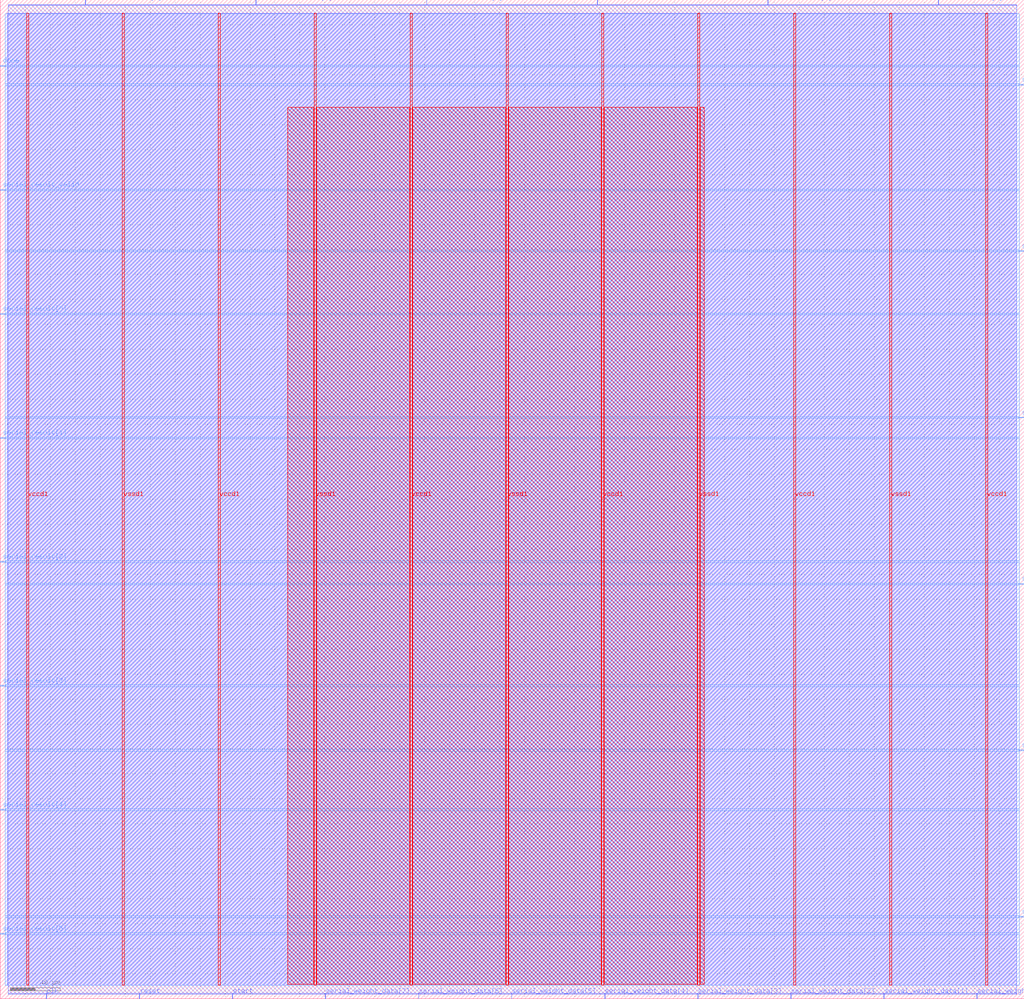
<source format=lef>
VERSION 5.7 ;
  NOWIREEXTENSIONATPIN ON ;
  DIVIDERCHAR "/" ;
  BUSBITCHARS "[]" ;
MACRO CNN_Accelerator_Top
  CLASS BLOCK ;
  FOREIGN CNN_Accelerator_Top ;
  ORIGIN 0.000 0.000 ;
  SIZE 820.000 BY 800.000 ;
  PIN clk
    DIRECTION INPUT ;
    USE SIGNAL ;
    ANTENNAGATEAREA 0.852000 ;
    ANTENNADIFFAREA 0.434700 ;
    PORT
      LAYER met2 ;
        RECT 36.890 0.000 37.170 4.000 ;
    END
  END clk
  PIN done
    DIRECTION OUTPUT TRISTATE ;
    USE SIGNAL ;
    ANTENNADIFFAREA 3.180800 ;
    PORT
      LAYER met3 ;
        RECT 0.000 746.680 4.000 747.280 ;
    END
  END done
  PIN reset
    DIRECTION INPUT ;
    USE SIGNAL ;
    ANTENNAGATEAREA 0.247500 ;
    PORT
      LAYER met2 ;
        RECT 111.410 0.000 111.690 4.000 ;
    END
  END reset
  PIN serial_line_data[0]
    DIRECTION INPUT ;
    USE SIGNAL ;
    ANTENNAGATEAREA 0.159000 ;
    PORT
      LAYER met2 ;
        RECT 341.410 796.000 341.690 800.000 ;
    END
  END serial_line_data[0]
  PIN serial_line_data[1]
    DIRECTION INPUT ;
    USE SIGNAL ;
    ANTENNAGATEAREA 0.159000 ;
    PORT
      LAYER met2 ;
        RECT 204.790 796.000 205.070 800.000 ;
    END
  END serial_line_data[1]
  PIN serial_line_data[2]
    DIRECTION INPUT ;
    USE SIGNAL ;
    ANTENNAGATEAREA 0.213000 ;
    PORT
      LAYER met2 ;
        RECT 68.170 796.000 68.450 800.000 ;
    END
  END serial_line_data[2]
  PIN serial_line_data[3]
    DIRECTION INPUT ;
    USE SIGNAL ;
    ANTENNAGATEAREA 0.213000 ;
    PORT
      LAYER met3 ;
        RECT 816.000 731.720 820.000 732.320 ;
    END
  END serial_line_data[3]
  PIN serial_line_data[4]
    DIRECTION INPUT ;
    USE SIGNAL ;
    ANTENNAGATEAREA 0.159000 ;
    PORT
      LAYER met3 ;
        RECT 816.000 598.440 820.000 599.040 ;
    END
  END serial_line_data[4]
  PIN serial_line_data[5]
    DIRECTION INPUT ;
    USE SIGNAL ;
    ANTENNAGATEAREA 0.213000 ;
    PORT
      LAYER met3 ;
        RECT 816.000 465.160 820.000 465.760 ;
    END
  END serial_line_data[5]
  PIN serial_line_data[6]
    DIRECTION INPUT ;
    USE SIGNAL ;
    ANTENNAGATEAREA 0.213000 ;
    PORT
      LAYER met3 ;
        RECT 816.000 331.880 820.000 332.480 ;
    END
  END serial_line_data[6]
  PIN serial_line_data[7]
    DIRECTION INPUT ;
    USE SIGNAL ;
    ANTENNAGATEAREA 0.213000 ;
    PORT
      LAYER met3 ;
        RECT 816.000 198.600 820.000 199.200 ;
    END
  END serial_line_data[7]
  PIN serial_line_valid
    DIRECTION INPUT ;
    USE SIGNAL ;
    ANTENNAGATEAREA 0.247500 ;
    PORT
      LAYER met2 ;
        RECT 478.030 796.000 478.310 800.000 ;
    END
  END serial_line_valid
  PIN serial_result[0]
    DIRECTION OUTPUT TRISTATE ;
    USE SIGNAL ;
    ANTENNADIFFAREA 3.180800 ;
    PORT
      LAYER met3 ;
        RECT 0.000 548.120 4.000 548.720 ;
    END
  END serial_result[0]
  PIN serial_result[1]
    DIRECTION OUTPUT TRISTATE ;
    USE SIGNAL ;
    ANTENNADIFFAREA 3.180800 ;
    PORT
      LAYER met3 ;
        RECT 0.000 448.840 4.000 449.440 ;
    END
  END serial_result[1]
  PIN serial_result[2]
    DIRECTION OUTPUT TRISTATE ;
    USE SIGNAL ;
    ANTENNADIFFAREA 3.180800 ;
    PORT
      LAYER met3 ;
        RECT 0.000 349.560 4.000 350.160 ;
    END
  END serial_result[2]
  PIN serial_result[3]
    DIRECTION OUTPUT TRISTATE ;
    USE SIGNAL ;
    ANTENNADIFFAREA 3.180800 ;
    PORT
      LAYER met3 ;
        RECT 0.000 250.280 4.000 250.880 ;
    END
  END serial_result[3]
  PIN serial_result[4]
    DIRECTION OUTPUT TRISTATE ;
    USE SIGNAL ;
    ANTENNADIFFAREA 3.180800 ;
    PORT
      LAYER met3 ;
        RECT 0.000 151.000 4.000 151.600 ;
    END
  END serial_result[4]
  PIN serial_result[5]
    DIRECTION OUTPUT TRISTATE ;
    USE SIGNAL ;
    ANTENNADIFFAREA 3.180800 ;
    PORT
      LAYER met3 ;
        RECT 0.000 51.720 4.000 52.320 ;
    END
  END serial_result[5]
  PIN serial_result[6]
    DIRECTION OUTPUT TRISTATE ;
    USE SIGNAL ;
    ANTENNADIFFAREA 3.180800 ;
    PORT
      LAYER met2 ;
        RECT 751.270 796.000 751.550 800.000 ;
    END
  END serial_result[6]
  PIN serial_result[7]
    DIRECTION OUTPUT TRISTATE ;
    USE SIGNAL ;
    ANTENNADIFFAREA 3.180800 ;
    PORT
      LAYER met2 ;
        RECT 614.650 796.000 614.930 800.000 ;
    END
  END serial_result[7]
  PIN serial_result_valid
    DIRECTION OUTPUT TRISTATE ;
    USE SIGNAL ;
    ANTENNADIFFAREA 3.180800 ;
    PORT
      LAYER met3 ;
        RECT 0.000 647.400 4.000 648.000 ;
    END
  END serial_result_valid
  PIN serial_weight_data[0]
    DIRECTION INPUT ;
    USE SIGNAL ;
    ANTENNAGATEAREA 0.126000 ;
    PORT
      LAYER met2 ;
        RECT 782.090 0.000 782.370 4.000 ;
    END
  END serial_weight_data[0]
  PIN serial_weight_data[1]
    DIRECTION INPUT ;
    USE SIGNAL ;
    ANTENNAGATEAREA 0.126000 ;
    PORT
      LAYER met2 ;
        RECT 707.570 0.000 707.850 4.000 ;
    END
  END serial_weight_data[1]
  PIN serial_weight_data[2]
    DIRECTION INPUT ;
    USE SIGNAL ;
    ANTENNAGATEAREA 0.126000 ;
    PORT
      LAYER met2 ;
        RECT 633.050 0.000 633.330 4.000 ;
    END
  END serial_weight_data[2]
  PIN serial_weight_data[3]
    DIRECTION INPUT ;
    USE SIGNAL ;
    ANTENNAGATEAREA 0.126000 ;
    PORT
      LAYER met2 ;
        RECT 558.530 0.000 558.810 4.000 ;
    END
  END serial_weight_data[3]
  PIN serial_weight_data[4]
    DIRECTION INPUT ;
    USE SIGNAL ;
    ANTENNAGATEAREA 0.126000 ;
    PORT
      LAYER met2 ;
        RECT 484.010 0.000 484.290 4.000 ;
    END
  END serial_weight_data[4]
  PIN serial_weight_data[5]
    DIRECTION INPUT ;
    USE SIGNAL ;
    ANTENNAGATEAREA 0.126000 ;
    PORT
      LAYER met2 ;
        RECT 409.490 0.000 409.770 4.000 ;
    END
  END serial_weight_data[5]
  PIN serial_weight_data[6]
    DIRECTION INPUT ;
    USE SIGNAL ;
    ANTENNAGATEAREA 0.126000 ;
    PORT
      LAYER met2 ;
        RECT 334.970 0.000 335.250 4.000 ;
    END
  END serial_weight_data[6]
  PIN serial_weight_data[7]
    DIRECTION INPUT ;
    USE SIGNAL ;
    ANTENNAGATEAREA 0.126000 ;
    PORT
      LAYER met2 ;
        RECT 260.450 0.000 260.730 4.000 ;
    END
  END serial_weight_data[7]
  PIN serial_weight_valid
    DIRECTION INPUT ;
    USE SIGNAL ;
    ANTENNAGATEAREA 0.247500 ;
    PORT
      LAYER met3 ;
        RECT 816.000 65.320 820.000 65.920 ;
    END
  END serial_weight_valid
  PIN start
    DIRECTION INPUT ;
    USE SIGNAL ;
    ANTENNAGATEAREA 0.213000 ;
    PORT
      LAYER met2 ;
        RECT 185.930 0.000 186.210 4.000 ;
    END
  END start
  PIN vccd1
    DIRECTION INOUT ;
    USE POWER ;
    PORT
      LAYER met4 ;
        RECT 21.040 10.640 22.640 789.040 ;
    END
    PORT
      LAYER met4 ;
        RECT 174.640 10.640 176.240 789.040 ;
    END
    PORT
      LAYER met4 ;
        RECT 328.240 10.640 329.840 789.040 ;
    END
    PORT
      LAYER met4 ;
        RECT 481.840 10.640 483.440 789.040 ;
    END
    PORT
      LAYER met4 ;
        RECT 635.440 10.640 637.040 789.040 ;
    END
    PORT
      LAYER met4 ;
        RECT 789.040 10.640 790.640 789.040 ;
    END
  END vccd1
  PIN vssd1
    DIRECTION INOUT ;
    USE GROUND ;
    PORT
      LAYER met4 ;
        RECT 97.840 10.640 99.440 789.040 ;
    END
    PORT
      LAYER met4 ;
        RECT 251.440 10.640 253.040 789.040 ;
    END
    PORT
      LAYER met4 ;
        RECT 405.040 10.640 406.640 789.040 ;
    END
    PORT
      LAYER met4 ;
        RECT 558.640 10.640 560.240 789.040 ;
    END
    PORT
      LAYER met4 ;
        RECT 712.240 10.640 713.840 789.040 ;
    END
  END vssd1
  OBS
      LAYER li1 ;
        RECT 5.520 10.795 814.200 788.885 ;
      LAYER met1 ;
        RECT 5.520 10.640 814.200 789.040 ;
      LAYER met2 ;
        RECT 6.530 795.720 67.890 796.000 ;
        RECT 68.730 795.720 204.510 796.000 ;
        RECT 205.350 795.720 341.130 796.000 ;
        RECT 341.970 795.720 477.750 796.000 ;
        RECT 478.590 795.720 614.370 796.000 ;
        RECT 615.210 795.720 750.990 796.000 ;
        RECT 751.830 795.720 814.110 796.000 ;
        RECT 6.530 4.280 814.110 795.720 ;
        RECT 6.530 3.670 36.610 4.280 ;
        RECT 37.450 3.670 111.130 4.280 ;
        RECT 111.970 3.670 185.650 4.280 ;
        RECT 186.490 3.670 260.170 4.280 ;
        RECT 261.010 3.670 334.690 4.280 ;
        RECT 335.530 3.670 409.210 4.280 ;
        RECT 410.050 3.670 483.730 4.280 ;
        RECT 484.570 3.670 558.250 4.280 ;
        RECT 559.090 3.670 632.770 4.280 ;
        RECT 633.610 3.670 707.290 4.280 ;
        RECT 708.130 3.670 781.810 4.280 ;
        RECT 782.650 3.670 814.110 4.280 ;
      LAYER met3 ;
        RECT 4.000 747.680 816.000 788.965 ;
        RECT 4.400 746.280 816.000 747.680 ;
        RECT 4.000 732.720 816.000 746.280 ;
        RECT 4.000 731.320 815.600 732.720 ;
        RECT 4.000 648.400 816.000 731.320 ;
        RECT 4.400 647.000 816.000 648.400 ;
        RECT 4.000 599.440 816.000 647.000 ;
        RECT 4.000 598.040 815.600 599.440 ;
        RECT 4.000 549.120 816.000 598.040 ;
        RECT 4.400 547.720 816.000 549.120 ;
        RECT 4.000 466.160 816.000 547.720 ;
        RECT 4.000 464.760 815.600 466.160 ;
        RECT 4.000 449.840 816.000 464.760 ;
        RECT 4.400 448.440 816.000 449.840 ;
        RECT 4.000 350.560 816.000 448.440 ;
        RECT 4.400 349.160 816.000 350.560 ;
        RECT 4.000 332.880 816.000 349.160 ;
        RECT 4.000 331.480 815.600 332.880 ;
        RECT 4.000 251.280 816.000 331.480 ;
        RECT 4.400 249.880 816.000 251.280 ;
        RECT 4.000 199.600 816.000 249.880 ;
        RECT 4.000 198.200 815.600 199.600 ;
        RECT 4.000 152.000 816.000 198.200 ;
        RECT 4.400 150.600 816.000 152.000 ;
        RECT 4.000 66.320 816.000 150.600 ;
        RECT 4.000 64.920 815.600 66.320 ;
        RECT 4.000 52.720 816.000 64.920 ;
        RECT 4.400 51.320 816.000 52.720 ;
        RECT 4.000 10.715 816.000 51.320 ;
      LAYER met4 ;
        RECT 230.295 11.735 251.040 713.825 ;
        RECT 253.440 11.735 327.840 713.825 ;
        RECT 330.240 11.735 404.640 713.825 ;
        RECT 407.040 11.735 481.440 713.825 ;
        RECT 483.840 11.735 558.240 713.825 ;
        RECT 560.640 11.735 563.665 713.825 ;
  END
END CNN_Accelerator_Top
END LIBRARY


</source>
